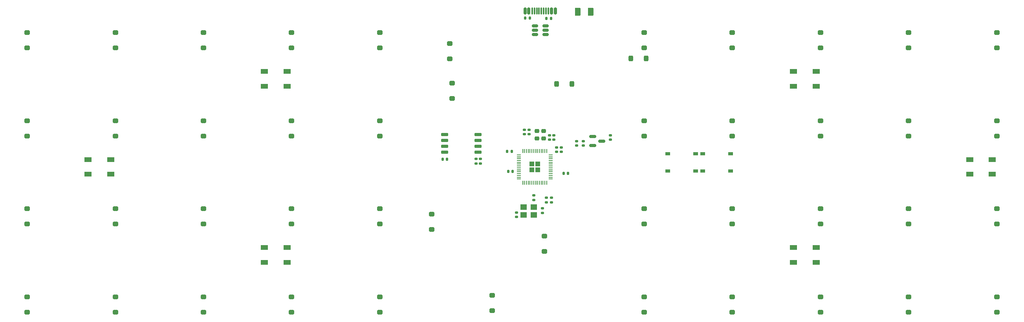
<source format=gbr>
%TF.GenerationSoftware,KiCad,Pcbnew,(6.0.6)*%
%TF.CreationDate,2022-08-30T20:37:50+01:00*%
%TF.ProjectId,RP2040_keyboard,52503230-3430-45f6-9b65-79626f617264,REV1*%
%TF.SameCoordinates,Original*%
%TF.FileFunction,Paste,Top*%
%TF.FilePolarity,Positive*%
%FSLAX46Y46*%
G04 Gerber Fmt 4.6, Leading zero omitted, Abs format (unit mm)*
G04 Created by KiCad (PCBNEW (6.0.6)) date 2022-08-30 20:37:50*
%MOMM*%
%LPD*%
G01*
G04 APERTURE LIST*
G04 Aperture macros list*
%AMRoundRect*
0 Rectangle with rounded corners*
0 $1 Rounding radius*
0 $2 $3 $4 $5 $6 $7 $8 $9 X,Y pos of 4 corners*
0 Add a 4 corners polygon primitive as box body*
4,1,4,$2,$3,$4,$5,$6,$7,$8,$9,$2,$3,0*
0 Add four circle primitives for the rounded corners*
1,1,$1+$1,$2,$3*
1,1,$1+$1,$4,$5*
1,1,$1+$1,$6,$7*
1,1,$1+$1,$8,$9*
0 Add four rect primitives between the rounded corners*
20,1,$1+$1,$2,$3,$4,$5,0*
20,1,$1+$1,$4,$5,$6,$7,0*
20,1,$1+$1,$6,$7,$8,$9,0*
20,1,$1+$1,$8,$9,$2,$3,0*%
G04 Aperture macros list end*
%ADD10RoundRect,0.140000X0.170000X-0.140000X0.170000X0.140000X-0.170000X0.140000X-0.170000X-0.140000X0*%
%ADD11RoundRect,0.250000X0.350000X-0.250000X0.350000X0.250000X-0.350000X0.250000X-0.350000X-0.250000X0*%
%ADD12RoundRect,0.140000X-0.170000X0.140000X-0.170000X-0.140000X0.170000X-0.140000X0.170000X0.140000X0*%
%ADD13R,1.000000X0.750000*%
%ADD14RoundRect,0.250000X-0.292217X-0.292217X0.292217X-0.292217X0.292217X0.292217X-0.292217X0.292217X0*%
%ADD15RoundRect,0.050000X-0.387500X-0.050000X0.387500X-0.050000X0.387500X0.050000X-0.387500X0.050000X0*%
%ADD16RoundRect,0.050000X-0.050000X-0.387500X0.050000X-0.387500X0.050000X0.387500X-0.050000X0.387500X0*%
%ADD17RoundRect,0.150000X0.650000X0.150000X-0.650000X0.150000X-0.650000X-0.150000X0.650000X-0.150000X0*%
%ADD18RoundRect,0.140000X-0.140000X-0.170000X0.140000X-0.170000X0.140000X0.170000X-0.140000X0.170000X0*%
%ADD19R,1.500000X1.000000*%
%ADD20RoundRect,0.140000X0.140000X0.170000X-0.140000X0.170000X-0.140000X-0.170000X0.140000X-0.170000X0*%
%ADD21RoundRect,0.250000X-0.350000X0.250000X-0.350000X-0.250000X0.350000X-0.250000X0.350000X0.250000X0*%
%ADD22RoundRect,0.150000X-0.587500X-0.150000X0.587500X-0.150000X0.587500X0.150000X-0.587500X0.150000X0*%
%ADD23RoundRect,0.150000X0.150000X0.575000X-0.150000X0.575000X-0.150000X-0.575000X0.150000X-0.575000X0*%
%ADD24RoundRect,0.075000X0.075000X0.650000X-0.075000X0.650000X-0.075000X-0.650000X0.075000X-0.650000X0*%
%ADD25RoundRect,0.150000X-0.512500X-0.150000X0.512500X-0.150000X0.512500X0.150000X-0.512500X0.150000X0*%
%ADD26RoundRect,0.225000X-0.250000X0.225000X-0.250000X-0.225000X0.250000X-0.225000X0.250000X0.225000X0*%
%ADD27RoundRect,0.250000X0.250000X0.350000X-0.250000X0.350000X-0.250000X-0.350000X0.250000X-0.350000X0*%
%ADD28R,1.400000X1.200000*%
%ADD29RoundRect,0.135000X0.135000X0.185000X-0.135000X0.185000X-0.135000X-0.185000X0.135000X-0.185000X0*%
%ADD30RoundRect,0.250000X-0.375000X-0.625000X0.375000X-0.625000X0.375000X0.625000X-0.375000X0.625000X0*%
G04 APERTURE END LIST*
D10*
%TO.C,C17*%
X159816250Y-90380001D03*
X159816250Y-89420001D03*
%TD*%
D11*
%TO.C,D46*%
X250404000Y-107325000D03*
X250404000Y-104025000D03*
%TD*%
D12*
%TO.C,R1*%
X139120000Y-93300000D03*
X139120000Y-94260000D03*
%TD*%
%TO.C,R5*%
X150575000Y-101170000D03*
X150575000Y-102130000D03*
%TD*%
D11*
%TO.C,D23*%
X128580000Y-108460000D03*
X128580000Y-105160000D03*
%TD*%
%TO.C,D11*%
X79404000Y-107325000D03*
X79404000Y-104025000D03*
%TD*%
%TO.C,D30*%
X174404000Y-107325000D03*
X174404000Y-104025000D03*
%TD*%
%TO.C,D19*%
X117404000Y-107325000D03*
X117404000Y-104025000D03*
%TD*%
%TO.C,D29*%
X174404000Y-88325000D03*
X174404000Y-85025000D03*
%TD*%
%TO.C,D43*%
X231404000Y-126325000D03*
X231404000Y-123025000D03*
%TD*%
%TO.C,D18*%
X117404000Y-88325000D03*
X117404000Y-85025000D03*
%TD*%
D13*
%TO.C,SW49*%
X179500000Y-92125000D03*
X185500000Y-92125000D03*
X179500000Y-95875000D03*
X185500000Y-95875000D03*
%TD*%
D14*
%TO.C,U3*%
X150162500Y-95637500D03*
X151437500Y-95637500D03*
X150162500Y-94362500D03*
X151437500Y-94362500D03*
D15*
X147362500Y-92400000D03*
X147362500Y-92800000D03*
X147362500Y-93200000D03*
X147362500Y-93600000D03*
X147362500Y-94000000D03*
X147362500Y-94400000D03*
X147362500Y-94800000D03*
X147362500Y-95200000D03*
X147362500Y-95600000D03*
X147362500Y-96000000D03*
X147362500Y-96400000D03*
X147362500Y-96800000D03*
X147362500Y-97200000D03*
X147362500Y-97600000D03*
D16*
X148200000Y-98437500D03*
X148600000Y-98437500D03*
X149000000Y-98437500D03*
X149400000Y-98437500D03*
X149800000Y-98437500D03*
X150200000Y-98437500D03*
X150600000Y-98437500D03*
X151000000Y-98437500D03*
X151400000Y-98437500D03*
X151800000Y-98437500D03*
X152200000Y-98437500D03*
X152600000Y-98437500D03*
X153000000Y-98437500D03*
X153400000Y-98437500D03*
D15*
X154237500Y-97600000D03*
X154237500Y-97200000D03*
X154237500Y-96800000D03*
X154237500Y-96400000D03*
X154237500Y-96000000D03*
X154237500Y-95600000D03*
X154237500Y-95200000D03*
X154237500Y-94800000D03*
X154237500Y-94400000D03*
X154237500Y-94000000D03*
X154237500Y-93600000D03*
X154237500Y-93200000D03*
X154237500Y-92800000D03*
X154237500Y-92400000D03*
D16*
X153400000Y-91562500D03*
X153000000Y-91562500D03*
X152600000Y-91562500D03*
X152200000Y-91562500D03*
X151800000Y-91562500D03*
X151400000Y-91562500D03*
X151000000Y-91562500D03*
X150600000Y-91562500D03*
X150200000Y-91562500D03*
X149800000Y-91562500D03*
X149400000Y-91562500D03*
X149000000Y-91562500D03*
X148600000Y-91562500D03*
X148200000Y-91562500D03*
%TD*%
D17*
%TO.C,U2*%
X138627401Y-91820929D03*
X138627401Y-90550929D03*
X138627401Y-89280929D03*
X138627401Y-88010929D03*
X131427401Y-88010929D03*
X131427401Y-89280929D03*
X131427401Y-90550929D03*
X131427401Y-91820929D03*
%TD*%
D11*
%TO.C,D47*%
X250404000Y-126325000D03*
X250404000Y-123025000D03*
%TD*%
%TO.C,D4*%
X41404000Y-126325000D03*
X41404000Y-123025000D03*
%TD*%
D18*
%TO.C,C12*%
X157010000Y-96400000D03*
X157970000Y-96400000D03*
%TD*%
%TO.C,C5*%
X130980000Y-93340000D03*
X131940000Y-93340000D03*
%TD*%
D11*
%TO.C,D20*%
X117404000Y-126325000D03*
X117404000Y-123025000D03*
%TD*%
D12*
%TO.C,C3*%
X152450000Y-103945000D03*
X152450000Y-104905000D03*
%TD*%
D19*
%TO.C,LED6*%
X92550000Y-74400000D03*
X92550000Y-77600000D03*
X97450000Y-77600000D03*
X97450000Y-74400000D03*
%TD*%
D20*
%TO.C,C16*%
X145830000Y-91675000D03*
X144870000Y-91675000D03*
%TD*%
D10*
%TO.C,C7*%
X148590000Y-87930000D03*
X148590000Y-86970000D03*
%TD*%
%TO.C,C11*%
X155517461Y-91765933D03*
X155517461Y-90805933D03*
%TD*%
D11*
%TO.C,D27*%
X152910000Y-113200000D03*
X152910000Y-109900000D03*
%TD*%
%TO.C,D31*%
X174404000Y-126325000D03*
X174404000Y-123025000D03*
%TD*%
D12*
%TO.C,C1*%
X167150000Y-88160000D03*
X167150000Y-89120000D03*
%TD*%
D11*
%TO.C,D37*%
X212404000Y-88325000D03*
X212404000Y-85025000D03*
%TD*%
D10*
%TO.C,C2*%
X146875000Y-105780000D03*
X146875000Y-104820000D03*
%TD*%
D11*
%TO.C,D17*%
X117404000Y-69325000D03*
X117404000Y-66025000D03*
%TD*%
D21*
%TO.C,D24*%
X141670000Y-122740000D03*
X141670000Y-126040000D03*
%TD*%
D12*
%TO.C,C13*%
X153300000Y-101670000D03*
X153300000Y-102630000D03*
%TD*%
D11*
%TO.C,D42*%
X231404000Y-107325000D03*
X231404000Y-104025000D03*
%TD*%
D10*
%TO.C,R2*%
X138130000Y-94250000D03*
X138130000Y-93290000D03*
%TD*%
D11*
%TO.C,D33*%
X193404000Y-88325000D03*
X193404000Y-85025000D03*
%TD*%
D22*
%TO.C,U1*%
X163350000Y-88475000D03*
X163350000Y-90375000D03*
X165225000Y-89425000D03*
%TD*%
D11*
%TO.C,D12*%
X79404000Y-126325000D03*
X79404000Y-123025000D03*
%TD*%
D23*
%TO.C,J1*%
X155250000Y-61375000D03*
X154450000Y-61375000D03*
D24*
X153250000Y-61375000D03*
X152254000Y-61375000D03*
X151750000Y-61375000D03*
X150750000Y-61375000D03*
D23*
X148750000Y-61375000D03*
X149550000Y-61375000D03*
D24*
X150250000Y-61375000D03*
X151250000Y-61375000D03*
X152750000Y-61375000D03*
X153750000Y-61375000D03*
%TD*%
D11*
%TO.C,D32*%
X193404000Y-69325000D03*
X193404000Y-66025000D03*
%TD*%
D25*
%TO.C,U4*%
X150862500Y-64550000D03*
X150862500Y-65500000D03*
X150862500Y-66450000D03*
X153137500Y-66450000D03*
X153137500Y-65500000D03*
X153137500Y-64550000D03*
%TD*%
D19*
%TO.C,LED5*%
X59450000Y-96600000D03*
X59450000Y-93400000D03*
X54550000Y-93400000D03*
X54550000Y-96600000D03*
%TD*%
D11*
%TO.C,D41*%
X231404000Y-88325000D03*
X231404000Y-85025000D03*
%TD*%
%TO.C,D40*%
X231404000Y-69325000D03*
X231404000Y-66025000D03*
%TD*%
%TO.C,D38*%
X212404000Y-107325000D03*
X212404000Y-104025000D03*
%TD*%
D26*
%TO.C,R3*%
X151250000Y-87285000D03*
X151250000Y-88835000D03*
%TD*%
D11*
%TO.C,D35*%
X193404000Y-126325000D03*
X193404000Y-123025000D03*
%TD*%
%TO.C,D3*%
X41404000Y-107325000D03*
X41404000Y-104025000D03*
%TD*%
D21*
%TO.C,D22*%
X133000000Y-76890000D03*
X133000000Y-80190000D03*
%TD*%
D11*
%TO.C,D1*%
X41404000Y-69325000D03*
X41404000Y-66025000D03*
%TD*%
%TO.C,D7*%
X60404000Y-107325000D03*
X60404000Y-104025000D03*
%TD*%
%TO.C,D44*%
X250404000Y-69325000D03*
X250404000Y-66025000D03*
%TD*%
%TO.C,D16*%
X98404000Y-126325000D03*
X98404000Y-123025000D03*
%TD*%
D10*
%TO.C,C4*%
X161300000Y-90380001D03*
X161300000Y-89420001D03*
%TD*%
D11*
%TO.C,D21*%
X132500000Y-71650000D03*
X132500000Y-68350000D03*
%TD*%
D12*
%TO.C,C6*%
X154425000Y-101665000D03*
X154425000Y-102625000D03*
%TD*%
D13*
%TO.C,SW48*%
X187000000Y-92125000D03*
X193000000Y-92125000D03*
X187000000Y-95875000D03*
X193000000Y-95875000D03*
%TD*%
D19*
%TO.C,LED1*%
X211450000Y-77600000D03*
X211450000Y-74400000D03*
X206550000Y-74400000D03*
X206550000Y-77600000D03*
%TD*%
D11*
%TO.C,D10*%
X79404000Y-88325000D03*
X79404000Y-85025000D03*
%TD*%
D27*
%TO.C,D26*%
X158848814Y-77049228D03*
X155548814Y-77049228D03*
%TD*%
%TO.C,D25*%
X174850000Y-71580000D03*
X171550000Y-71580000D03*
%TD*%
D11*
%TO.C,D13*%
X98404000Y-69325000D03*
X98404000Y-66025000D03*
%TD*%
%TO.C,D15*%
X98404000Y-107325000D03*
X98404000Y-104025000D03*
%TD*%
D10*
%TO.C,C15*%
X149615000Y-87944974D03*
X149615000Y-86984974D03*
%TD*%
D11*
%TO.C,D34*%
X193404000Y-107325000D03*
X193404000Y-104025000D03*
%TD*%
D19*
%TO.C,LED4*%
X92550000Y-112400000D03*
X92550000Y-115600000D03*
X97450000Y-115600000D03*
X97450000Y-112400000D03*
%TD*%
D28*
%TO.C,Y1*%
X150600000Y-103650000D03*
X148400000Y-103650000D03*
X148400000Y-105350000D03*
X150600000Y-105350000D03*
%TD*%
D11*
%TO.C,D36*%
X212404000Y-69325000D03*
X212404000Y-66025000D03*
%TD*%
%TO.C,D8*%
X60404000Y-126325000D03*
X60404000Y-123025000D03*
%TD*%
%TO.C,D5*%
X60404000Y-69325000D03*
X60404000Y-66025000D03*
%TD*%
D29*
%TO.C,R7*%
X149732688Y-62855349D03*
X148712688Y-62855349D03*
%TD*%
D11*
%TO.C,D14*%
X98404000Y-88325000D03*
X98404000Y-85025000D03*
%TD*%
D10*
%TO.C,C10*%
X154970000Y-89110000D03*
X154970000Y-88150000D03*
%TD*%
D19*
%TO.C,LED3*%
X206550000Y-112400000D03*
X206550000Y-115600000D03*
X211450000Y-115600000D03*
X211450000Y-112400000D03*
%TD*%
D11*
%TO.C,D2*%
X41404000Y-88325000D03*
X41404000Y-85025000D03*
%TD*%
D10*
%TO.C,C8*%
X154000000Y-89110000D03*
X154000000Y-88150000D03*
%TD*%
D11*
%TO.C,D39*%
X212404000Y-126325000D03*
X212404000Y-123025000D03*
%TD*%
D19*
%TO.C,LED2*%
X244550000Y-93400000D03*
X244550000Y-96600000D03*
X249450000Y-96600000D03*
X249450000Y-93400000D03*
%TD*%
D11*
%TO.C,D9*%
X79404000Y-69325000D03*
X79404000Y-66025000D03*
%TD*%
D10*
%TO.C,C9*%
X156517461Y-91765933D03*
X156517461Y-90805933D03*
%TD*%
D11*
%TO.C,D45*%
X250404000Y-88325000D03*
X250404000Y-85025000D03*
%TD*%
D30*
%TO.C,F1*%
X160100000Y-61500000D03*
X162900000Y-61500000D03*
%TD*%
D11*
%TO.C,D28*%
X174404000Y-69325000D03*
X174404000Y-66025000D03*
%TD*%
D20*
%TO.C,C14*%
X146080000Y-96000000D03*
X145120000Y-96000000D03*
%TD*%
D26*
%TO.C,R4*%
X152750000Y-87285000D03*
X152750000Y-88835000D03*
%TD*%
D11*
%TO.C,D6*%
X60404000Y-88325000D03*
X60404000Y-85025000D03*
%TD*%
D29*
%TO.C,R6*%
X154361475Y-62940945D03*
X153341475Y-62940945D03*
%TD*%
M02*

</source>
